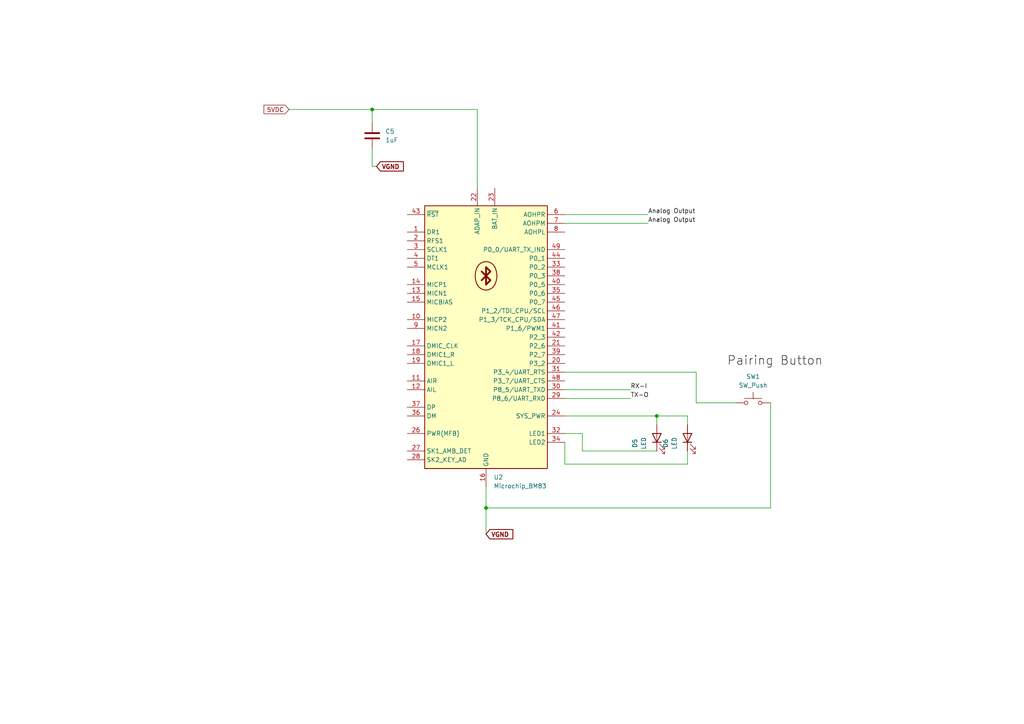
<source format=kicad_sch>
(kicad_sch
	(version 20231120)
	(generator "eeschema")
	(generator_version "8.0")
	(uuid "1b85f172-cd10-414f-8c23-42eec30bc996")
	(paper "A4")
	(title_block
		(title "Main Bluetooth Speaker")
		(date "2024-09-06")
		(rev "A")
		(company "Synergy Electronics")
	)
	(lib_symbols
		(symbol "Device:C"
			(pin_numbers hide)
			(pin_names
				(offset 0.254)
			)
			(exclude_from_sim no)
			(in_bom yes)
			(on_board yes)
			(property "Reference" "C"
				(at 0.635 2.54 0)
				(effects
					(font
						(size 1.27 1.27)
					)
					(justify left)
				)
			)
			(property "Value" "C"
				(at 0.635 -2.54 0)
				(effects
					(font
						(size 1.27 1.27)
					)
					(justify left)
				)
			)
			(property "Footprint" ""
				(at 0.9652 -3.81 0)
				(effects
					(font
						(size 1.27 1.27)
					)
					(hide yes)
				)
			)
			(property "Datasheet" "~"
				(at 0 0 0)
				(effects
					(font
						(size 1.27 1.27)
					)
					(hide yes)
				)
			)
			(property "Description" "Unpolarized capacitor"
				(at 0 0 0)
				(effects
					(font
						(size 1.27 1.27)
					)
					(hide yes)
				)
			)
			(property "ki_keywords" "cap capacitor"
				(at 0 0 0)
				(effects
					(font
						(size 1.27 1.27)
					)
					(hide yes)
				)
			)
			(property "ki_fp_filters" "C_*"
				(at 0 0 0)
				(effects
					(font
						(size 1.27 1.27)
					)
					(hide yes)
				)
			)
			(symbol "C_0_1"
				(polyline
					(pts
						(xy -2.032 -0.762) (xy 2.032 -0.762)
					)
					(stroke
						(width 0.508)
						(type default)
					)
					(fill
						(type none)
					)
				)
				(polyline
					(pts
						(xy -2.032 0.762) (xy 2.032 0.762)
					)
					(stroke
						(width 0.508)
						(type default)
					)
					(fill
						(type none)
					)
				)
			)
			(symbol "C_1_1"
				(pin passive line
					(at 0 3.81 270)
					(length 2.794)
					(name "~"
						(effects
							(font
								(size 1.27 1.27)
							)
						)
					)
					(number "1"
						(effects
							(font
								(size 1.27 1.27)
							)
						)
					)
				)
				(pin passive line
					(at 0 -3.81 90)
					(length 2.794)
					(name "~"
						(effects
							(font
								(size 1.27 1.27)
							)
						)
					)
					(number "2"
						(effects
							(font
								(size 1.27 1.27)
							)
						)
					)
				)
			)
		)
		(symbol "Device:LED"
			(pin_numbers hide)
			(pin_names
				(offset 1.016) hide)
			(exclude_from_sim no)
			(in_bom yes)
			(on_board yes)
			(property "Reference" "D"
				(at 0 2.54 0)
				(effects
					(font
						(size 1.27 1.27)
					)
				)
			)
			(property "Value" "LED"
				(at 0 -2.54 0)
				(effects
					(font
						(size 1.27 1.27)
					)
				)
			)
			(property "Footprint" ""
				(at 0 0 0)
				(effects
					(font
						(size 1.27 1.27)
					)
					(hide yes)
				)
			)
			(property "Datasheet" "~"
				(at 0 0 0)
				(effects
					(font
						(size 1.27 1.27)
					)
					(hide yes)
				)
			)
			(property "Description" "Light emitting diode"
				(at 0 0 0)
				(effects
					(font
						(size 1.27 1.27)
					)
					(hide yes)
				)
			)
			(property "ki_keywords" "LED diode"
				(at 0 0 0)
				(effects
					(font
						(size 1.27 1.27)
					)
					(hide yes)
				)
			)
			(property "ki_fp_filters" "LED* LED_SMD:* LED_THT:*"
				(at 0 0 0)
				(effects
					(font
						(size 1.27 1.27)
					)
					(hide yes)
				)
			)
			(symbol "LED_0_1"
				(polyline
					(pts
						(xy -1.27 -1.27) (xy -1.27 1.27)
					)
					(stroke
						(width 0.254)
						(type default)
					)
					(fill
						(type none)
					)
				)
				(polyline
					(pts
						(xy -1.27 0) (xy 1.27 0)
					)
					(stroke
						(width 0)
						(type default)
					)
					(fill
						(type none)
					)
				)
				(polyline
					(pts
						(xy 1.27 -1.27) (xy 1.27 1.27) (xy -1.27 0) (xy 1.27 -1.27)
					)
					(stroke
						(width 0.254)
						(type default)
					)
					(fill
						(type none)
					)
				)
				(polyline
					(pts
						(xy -3.048 -0.762) (xy -4.572 -2.286) (xy -3.81 -2.286) (xy -4.572 -2.286) (xy -4.572 -1.524)
					)
					(stroke
						(width 0)
						(type default)
					)
					(fill
						(type none)
					)
				)
				(polyline
					(pts
						(xy -1.778 -0.762) (xy -3.302 -2.286) (xy -2.54 -2.286) (xy -3.302 -2.286) (xy -3.302 -1.524)
					)
					(stroke
						(width 0)
						(type default)
					)
					(fill
						(type none)
					)
				)
			)
			(symbol "LED_1_1"
				(pin passive line
					(at -3.81 0 0)
					(length 2.54)
					(name "K"
						(effects
							(font
								(size 1.27 1.27)
							)
						)
					)
					(number "1"
						(effects
							(font
								(size 1.27 1.27)
							)
						)
					)
				)
				(pin passive line
					(at 3.81 0 180)
					(length 2.54)
					(name "A"
						(effects
							(font
								(size 1.27 1.27)
							)
						)
					)
					(number "2"
						(effects
							(font
								(size 1.27 1.27)
							)
						)
					)
				)
			)
		)
		(symbol "RF_Bluetooth:Microchip_BM83"
			(exclude_from_sim no)
			(in_bom yes)
			(on_board yes)
			(property "Reference" "U"
				(at -17.78 39.37 0)
				(effects
					(font
						(size 1.27 1.27)
					)
					(justify left)
				)
			)
			(property "Value" "Microchip_BM83"
				(at 5.08 -39.37 0)
				(effects
					(font
						(size 1.27 1.27)
					)
					(justify left)
				)
			)
			(property "Footprint" "RF_Module:Microchip_BM83"
				(at 0 12.7 0)
				(effects
					(font
						(size 1.27 1.27)
					)
					(hide yes)
				)
			)
			(property "Datasheet" "https://ww1.microchip.com/downloads/aemDocuments/documents/WSG/ProductDocuments/DataSheets/70005402E.pdf"
				(at 0 -54.61 0)
				(effects
					(font
						(size 1.27 1.27)
					)
					(hide yes)
				)
			)
			(property "Description" "Microchip BM23 Bluetooth 5.0 Audio Stereo Module, dual-mode, Audio Profiles, 32x15mm"
				(at 0 0 0)
				(effects
					(font
						(size 1.27 1.27)
					)
					(hide yes)
				)
			)
			(property "ki_keywords" "HFP HSP A2DP SPP AVRCP PBAP"
				(at 0 0 0)
				(effects
					(font
						(size 1.27 1.27)
					)
					(hide yes)
				)
			)
			(property "ki_fp_filters" "Microchip?BM83*"
				(at 0 0 0)
				(effects
					(font
						(size 1.27 1.27)
					)
					(hide yes)
				)
			)
			(symbol "Microchip_BM83_0_1"
				(rectangle
					(start -17.78 38.1)
					(end 17.78 -38.1)
					(stroke
						(width 0.254)
						(type default)
					)
					(fill
						(type background)
					)
				)
				(arc
					(start -2.5399 15.24)
					(mid 0.0001 13.6702)
					(end 2.5401 15.24)
					(stroke
						(width 0.254)
						(type default)
					)
					(fill
						(type background)
					)
				)
				(arc
					(start -2.5399 20.32)
					(mid -3.1395 17.78)
					(end -2.5399 15.24)
					(stroke
						(width 0.254)
						(type default)
					)
					(fill
						(type background)
					)
				)
				(polyline
					(pts
						(xy 0.0001 17.78) (xy -1.2699 16.51)
					)
					(stroke
						(width 0.508)
						(type default)
					)
					(fill
						(type none)
					)
				)
				(polyline
					(pts
						(xy 0.0001 17.78) (xy -1.2699 19.05)
					)
					(stroke
						(width 0.508)
						(type default)
					)
					(fill
						(type none)
					)
				)
				(polyline
					(pts
						(xy 0.0001 20.32) (xy 1.2701 19.05) (xy 0.0001 17.78) (xy 1.2701 16.51) (xy 0.0001 15.24) (xy 0.0001 20.32)
					)
					(stroke
						(width 0.508)
						(type default)
					)
					(fill
						(type none)
					)
				)
				(arc
					(start 2.5401 15.24)
					(mid 3.1397 17.78)
					(end 2.5401 20.32)
					(stroke
						(width 0.254)
						(type default)
					)
					(fill
						(type background)
					)
				)
				(arc
					(start 2.5401 20.32)
					(mid 0.0001 21.8898)
					(end -2.5399 20.32)
					(stroke
						(width 0.254)
						(type default)
					)
					(fill
						(type background)
					)
				)
			)
			(symbol "Microchip_BM83_1_1"
				(pin input line
					(at -22.86 30.48 0)
					(length 5.08)
					(name "DR1"
						(effects
							(font
								(size 1.27 1.27)
							)
						)
					)
					(number "1"
						(effects
							(font
								(size 1.27 1.27)
							)
						)
					)
				)
				(pin input line
					(at -22.86 5.08 0)
					(length 5.08)
					(name "MICP2"
						(effects
							(font
								(size 1.27 1.27)
							)
						)
					)
					(number "10"
						(effects
							(font
								(size 1.27 1.27)
							)
						)
					)
				)
				(pin input line
					(at -22.86 -12.7 0)
					(length 5.08)
					(name "AIR"
						(effects
							(font
								(size 1.27 1.27)
							)
						)
					)
					(number "11"
						(effects
							(font
								(size 1.27 1.27)
							)
						)
					)
				)
				(pin input line
					(at -22.86 -15.24 0)
					(length 5.08)
					(name "AIL"
						(effects
							(font
								(size 1.27 1.27)
							)
						)
					)
					(number "12"
						(effects
							(font
								(size 1.27 1.27)
							)
						)
					)
				)
				(pin input line
					(at -22.86 12.7 0)
					(length 5.08)
					(name "MICN1"
						(effects
							(font
								(size 1.27 1.27)
							)
						)
					)
					(number "13"
						(effects
							(font
								(size 1.27 1.27)
							)
						)
					)
				)
				(pin input line
					(at -22.86 15.24 0)
					(length 5.08)
					(name "MICP1"
						(effects
							(font
								(size 1.27 1.27)
							)
						)
					)
					(number "14"
						(effects
							(font
								(size 1.27 1.27)
							)
						)
					)
				)
				(pin passive line
					(at -22.86 10.16 0)
					(length 5.08)
					(name "MICBIAS"
						(effects
							(font
								(size 1.27 1.27)
							)
						)
					)
					(number "15"
						(effects
							(font
								(size 1.27 1.27)
							)
						)
					)
				)
				(pin power_in line
					(at 0 -43.18 90)
					(length 5.08)
					(name "GND"
						(effects
							(font
								(size 1.27 1.27)
							)
						)
					)
					(number "16"
						(effects
							(font
								(size 1.27 1.27)
							)
						)
					)
				)
				(pin output line
					(at -22.86 -2.54 0)
					(length 5.08)
					(name "DMIC_CLK"
						(effects
							(font
								(size 1.27 1.27)
							)
						)
					)
					(number "17"
						(effects
							(font
								(size 1.27 1.27)
							)
						)
					)
				)
				(pin output line
					(at -22.86 -5.08 0)
					(length 5.08)
					(name "DMIC1_R"
						(effects
							(font
								(size 1.27 1.27)
							)
						)
					)
					(number "18"
						(effects
							(font
								(size 1.27 1.27)
							)
						)
					)
				)
				(pin output line
					(at -22.86 -7.62 0)
					(length 5.08)
					(name "DMIC1_L"
						(effects
							(font
								(size 1.27 1.27)
							)
						)
					)
					(number "19"
						(effects
							(font
								(size 1.27 1.27)
							)
						)
					)
				)
				(pin bidirectional line
					(at -22.86 27.94 0)
					(length 5.08)
					(name "RFS1"
						(effects
							(font
								(size 1.27 1.27)
							)
						)
					)
					(number "2"
						(effects
							(font
								(size 1.27 1.27)
							)
						)
					)
				)
				(pin bidirectional line
					(at 22.86 -7.62 180)
					(length 5.08)
					(name "P3_2"
						(effects
							(font
								(size 1.27 1.27)
							)
						)
					)
					(number "20"
						(effects
							(font
								(size 1.27 1.27)
							)
						)
					)
				)
				(pin bidirectional line
					(at 22.86 -2.54 180)
					(length 5.08)
					(name "P2_6"
						(effects
							(font
								(size 1.27 1.27)
							)
						)
					)
					(number "21"
						(effects
							(font
								(size 1.27 1.27)
							)
						)
					)
				)
				(pin power_in line
					(at -2.54 43.18 270)
					(length 5.08)
					(name "ADAP_IN"
						(effects
							(font
								(size 1.27 1.27)
							)
						)
					)
					(number "22"
						(effects
							(font
								(size 1.27 1.27)
							)
						)
					)
				)
				(pin power_in line
					(at 2.54 43.18 270)
					(length 5.08)
					(name "BAT_IN"
						(effects
							(font
								(size 1.27 1.27)
							)
						)
					)
					(number "23"
						(effects
							(font
								(size 1.27 1.27)
							)
						)
					)
				)
				(pin power_out line
					(at 22.86 -22.86 180)
					(length 5.08)
					(name "SYS_PWR"
						(effects
							(font
								(size 1.27 1.27)
							)
						)
					)
					(number "24"
						(effects
							(font
								(size 1.27 1.27)
							)
						)
					)
				)
				(pin no_connect line
					(at 17.78 -33.02 180)
					(length 5.08) hide
					(name "VDD_IO"
						(effects
							(font
								(size 1.27 1.27)
							)
						)
					)
					(number "25"
						(effects
							(font
								(size 1.27 1.27)
							)
						)
					)
				)
				(pin input line
					(at -22.86 -27.94 0)
					(length 5.08)
					(name "PWR(MFB)"
						(effects
							(font
								(size 1.27 1.27)
							)
						)
					)
					(number "26"
						(effects
							(font
								(size 1.27 1.27)
							)
						)
					)
				)
				(pin input line
					(at -22.86 -33.02 0)
					(length 5.08)
					(name "SK1_AMB_DET"
						(effects
							(font
								(size 1.27 1.27)
							)
						)
					)
					(number "27"
						(effects
							(font
								(size 1.27 1.27)
							)
						)
					)
				)
				(pin input line
					(at -22.86 -35.56 0)
					(length 5.08)
					(name "SK2_KEY_AD"
						(effects
							(font
								(size 1.27 1.27)
							)
						)
					)
					(number "28"
						(effects
							(font
								(size 1.27 1.27)
							)
						)
					)
				)
				(pin bidirectional line
					(at 22.86 -17.78 180)
					(length 5.08)
					(name "P8_6/UART_RXD"
						(effects
							(font
								(size 1.27 1.27)
							)
						)
					)
					(number "29"
						(effects
							(font
								(size 1.27 1.27)
							)
						)
					)
				)
				(pin bidirectional line
					(at -22.86 25.4 0)
					(length 5.08)
					(name "SCLK1"
						(effects
							(font
								(size 1.27 1.27)
							)
						)
					)
					(number "3"
						(effects
							(font
								(size 1.27 1.27)
							)
						)
					)
				)
				(pin bidirectional line
					(at 22.86 -15.24 180)
					(length 5.08)
					(name "P8_5/UART_TXD"
						(effects
							(font
								(size 1.27 1.27)
							)
						)
					)
					(number "30"
						(effects
							(font
								(size 1.27 1.27)
							)
						)
					)
				)
				(pin bidirectional line
					(at 22.86 -10.16 180)
					(length 5.08)
					(name "P3_4/UART_RTS"
						(effects
							(font
								(size 1.27 1.27)
							)
						)
					)
					(number "31"
						(effects
							(font
								(size 1.27 1.27)
							)
						)
					)
				)
				(pin input line
					(at 22.86 -27.94 180)
					(length 5.08)
					(name "LED1"
						(effects
							(font
								(size 1.27 1.27)
							)
						)
					)
					(number "32"
						(effects
							(font
								(size 1.27 1.27)
							)
						)
					)
				)
				(pin bidirectional line
					(at 22.86 20.32 180)
					(length 5.08)
					(name "P0_2"
						(effects
							(font
								(size 1.27 1.27)
							)
						)
					)
					(number "33"
						(effects
							(font
								(size 1.27 1.27)
							)
						)
					)
				)
				(pin input line
					(at 22.86 -30.48 180)
					(length 5.08)
					(name "LED2"
						(effects
							(font
								(size 1.27 1.27)
							)
						)
					)
					(number "34"
						(effects
							(font
								(size 1.27 1.27)
							)
						)
					)
				)
				(pin bidirectional line
					(at 22.86 12.7 180)
					(length 5.08)
					(name "P0_6"
						(effects
							(font
								(size 1.27 1.27)
							)
						)
					)
					(number "35"
						(effects
							(font
								(size 1.27 1.27)
							)
						)
					)
				)
				(pin bidirectional line
					(at -22.86 -22.86 0)
					(length 5.08)
					(name "DM"
						(effects
							(font
								(size 1.27 1.27)
							)
						)
					)
					(number "36"
						(effects
							(font
								(size 1.27 1.27)
							)
						)
					)
				)
				(pin bidirectional line
					(at -22.86 -20.32 0)
					(length 5.08)
					(name "DP"
						(effects
							(font
								(size 1.27 1.27)
							)
						)
					)
					(number "37"
						(effects
							(font
								(size 1.27 1.27)
							)
						)
					)
				)
				(pin bidirectional line
					(at 22.86 17.78 180)
					(length 5.08)
					(name "P0_3"
						(effects
							(font
								(size 1.27 1.27)
							)
						)
					)
					(number "38"
						(effects
							(font
								(size 1.27 1.27)
							)
						)
					)
				)
				(pin bidirectional line
					(at 22.86 -5.08 180)
					(length 5.08)
					(name "P2_7"
						(effects
							(font
								(size 1.27 1.27)
							)
						)
					)
					(number "39"
						(effects
							(font
								(size 1.27 1.27)
							)
						)
					)
				)
				(pin output line
					(at -22.86 22.86 0)
					(length 5.08)
					(name "DT1"
						(effects
							(font
								(size 1.27 1.27)
							)
						)
					)
					(number "4"
						(effects
							(font
								(size 1.27 1.27)
							)
						)
					)
				)
				(pin bidirectional line
					(at 22.86 15.24 180)
					(length 5.08)
					(name "P0_5"
						(effects
							(font
								(size 1.27 1.27)
							)
						)
					)
					(number "40"
						(effects
							(font
								(size 1.27 1.27)
							)
						)
					)
				)
				(pin bidirectional line
					(at 22.86 2.54 180)
					(length 5.08)
					(name "P1_6/PWM1"
						(effects
							(font
								(size 1.27 1.27)
							)
						)
					)
					(number "41"
						(effects
							(font
								(size 1.27 1.27)
							)
						)
					)
				)
				(pin bidirectional line
					(at 22.86 0 180)
					(length 5.08)
					(name "P2_3"
						(effects
							(font
								(size 1.27 1.27)
							)
						)
					)
					(number "42"
						(effects
							(font
								(size 1.27 1.27)
							)
						)
					)
				)
				(pin input line
					(at -22.86 35.56 0)
					(length 5.08)
					(name "~{RST}"
						(effects
							(font
								(size 1.27 1.27)
							)
						)
					)
					(number "43"
						(effects
							(font
								(size 1.27 1.27)
							)
						)
					)
				)
				(pin bidirectional line
					(at 22.86 22.86 180)
					(length 5.08)
					(name "P0_1"
						(effects
							(font
								(size 1.27 1.27)
							)
						)
					)
					(number "44"
						(effects
							(font
								(size 1.27 1.27)
							)
						)
					)
				)
				(pin bidirectional line
					(at 22.86 10.16 180)
					(length 5.08)
					(name "P0_7"
						(effects
							(font
								(size 1.27 1.27)
							)
						)
					)
					(number "45"
						(effects
							(font
								(size 1.27 1.27)
							)
						)
					)
				)
				(pin bidirectional line
					(at 22.86 7.62 180)
					(length 5.08)
					(name "P1_2/TDI_CPU/SCL"
						(effects
							(font
								(size 1.27 1.27)
							)
						)
					)
					(number "46"
						(effects
							(font
								(size 1.27 1.27)
							)
						)
					)
				)
				(pin bidirectional line
					(at 22.86 5.08 180)
					(length 5.08)
					(name "P1_3/TCK_CPU/SDA"
						(effects
							(font
								(size 1.27 1.27)
							)
						)
					)
					(number "47"
						(effects
							(font
								(size 1.27 1.27)
							)
						)
					)
				)
				(pin bidirectional line
					(at 22.86 -12.7 180)
					(length 5.08)
					(name "P3_7/UART_CTS"
						(effects
							(font
								(size 1.27 1.27)
							)
						)
					)
					(number "48"
						(effects
							(font
								(size 1.27 1.27)
							)
						)
					)
				)
				(pin bidirectional line
					(at 22.86 25.4 180)
					(length 5.08)
					(name "P0_0/UART_TX_IND"
						(effects
							(font
								(size 1.27 1.27)
							)
						)
					)
					(number "49"
						(effects
							(font
								(size 1.27 1.27)
							)
						)
					)
				)
				(pin output line
					(at -22.86 20.32 0)
					(length 5.08)
					(name "MCLK1"
						(effects
							(font
								(size 1.27 1.27)
							)
						)
					)
					(number "5"
						(effects
							(font
								(size 1.27 1.27)
							)
						)
					)
				)
				(pin passive line
					(at 0 -43.18 90)
					(length 5.08) hide
					(name "GND"
						(effects
							(font
								(size 1.27 1.27)
							)
						)
					)
					(number "50"
						(effects
							(font
								(size 1.27 1.27)
							)
						)
					)
				)
				(pin passive line
					(at 0 -43.18 90)
					(length 5.08) hide
					(name "GND"
						(effects
							(font
								(size 1.27 1.27)
							)
						)
					)
					(number "56"
						(effects
							(font
								(size 1.27 1.27)
							)
						)
					)
				)
				(pin passive line
					(at 0 -43.18 90)
					(length 5.08) hide
					(name "GND"
						(effects
							(font
								(size 1.27 1.27)
							)
						)
					)
					(number "57"
						(effects
							(font
								(size 1.27 1.27)
							)
						)
					)
				)
				(pin output line
					(at 22.86 35.56 180)
					(length 5.08)
					(name "AOHPR"
						(effects
							(font
								(size 1.27 1.27)
							)
						)
					)
					(number "6"
						(effects
							(font
								(size 1.27 1.27)
							)
						)
					)
				)
				(pin output line
					(at 22.86 33.02 180)
					(length 5.08)
					(name "AOHPM"
						(effects
							(font
								(size 1.27 1.27)
							)
						)
					)
					(number "7"
						(effects
							(font
								(size 1.27 1.27)
							)
						)
					)
				)
				(pin output line
					(at 22.86 30.48 180)
					(length 5.08)
					(name "AOHPL"
						(effects
							(font
								(size 1.27 1.27)
							)
						)
					)
					(number "8"
						(effects
							(font
								(size 1.27 1.27)
							)
						)
					)
				)
				(pin input line
					(at -22.86 2.54 0)
					(length 5.08)
					(name "MICN2"
						(effects
							(font
								(size 1.27 1.27)
							)
						)
					)
					(number "9"
						(effects
							(font
								(size 1.27 1.27)
							)
						)
					)
				)
			)
		)
		(symbol "Switch:SW_Push"
			(pin_numbers hide)
			(pin_names
				(offset 1.016) hide)
			(exclude_from_sim no)
			(in_bom yes)
			(on_board yes)
			(property "Reference" "SW"
				(at 1.27 2.54 0)
				(effects
					(font
						(size 1.27 1.27)
					)
					(justify left)
				)
			)
			(property "Value" "SW_Push"
				(at 0 -1.524 0)
				(effects
					(font
						(size 1.27 1.27)
					)
				)
			)
			(property "Footprint" ""
				(at 0 5.08 0)
				(effects
					(font
						(size 1.27 1.27)
					)
					(hide yes)
				)
			)
			(property "Datasheet" "~"
				(at 0 5.08 0)
				(effects
					(font
						(size 1.27 1.27)
					)
					(hide yes)
				)
			)
			(property "Description" "Push button switch, generic, two pins"
				(at 0 0 0)
				(effects
					(font
						(size 1.27 1.27)
					)
					(hide yes)
				)
			)
			(property "ki_keywords" "switch normally-open pushbutton push-button"
				(at 0 0 0)
				(effects
					(font
						(size 1.27 1.27)
					)
					(hide yes)
				)
			)
			(symbol "SW_Push_0_1"
				(circle
					(center -2.032 0)
					(radius 0.508)
					(stroke
						(width 0)
						(type default)
					)
					(fill
						(type none)
					)
				)
				(polyline
					(pts
						(xy 0 1.27) (xy 0 3.048)
					)
					(stroke
						(width 0)
						(type default)
					)
					(fill
						(type none)
					)
				)
				(polyline
					(pts
						(xy 2.54 1.27) (xy -2.54 1.27)
					)
					(stroke
						(width 0)
						(type default)
					)
					(fill
						(type none)
					)
				)
				(circle
					(center 2.032 0)
					(radius 0.508)
					(stroke
						(width 0)
						(type default)
					)
					(fill
						(type none)
					)
				)
				(pin passive line
					(at -5.08 0 0)
					(length 2.54)
					(name "1"
						(effects
							(font
								(size 1.27 1.27)
							)
						)
					)
					(number "1"
						(effects
							(font
								(size 1.27 1.27)
							)
						)
					)
				)
				(pin passive line
					(at 5.08 0 180)
					(length 2.54)
					(name "2"
						(effects
							(font
								(size 1.27 1.27)
							)
						)
					)
					(number "2"
						(effects
							(font
								(size 1.27 1.27)
							)
						)
					)
				)
			)
		)
	)
	(junction
		(at 107.95 31.75)
		(diameter 0)
		(color 0 0 0 0)
		(uuid "b09b016e-05c1-4d2a-829f-5dc31b9d27c6")
	)
	(junction
		(at 190.5 120.65)
		(diameter 0)
		(color 0 0 0 0)
		(uuid "da10908f-592a-4004-ab3a-469ae9fdad00")
	)
	(junction
		(at 140.97 147.32)
		(diameter 0)
		(color 0 0 0 0)
		(uuid "f0b94e48-8075-4f2f-8b50-008b3a054a27")
	)
	(wire
		(pts
			(xy 163.83 113.03) (xy 182.88 113.03)
		)
		(stroke
			(width 0)
			(type default)
		)
		(uuid "048d9932-76a3-48d3-9945-8c4436c334db")
	)
	(wire
		(pts
			(xy 107.95 31.75) (xy 138.43 31.75)
		)
		(stroke
			(width 0)
			(type default)
		)
		(uuid "17b132d8-f298-4f95-9952-952c6bca08a7")
	)
	(wire
		(pts
			(xy 213.36 116.84) (xy 201.93 116.84)
		)
		(stroke
			(width 0)
			(type default)
		)
		(uuid "1ed6c37a-03d9-4ee2-8b5d-4b442efc6cb1")
	)
	(wire
		(pts
			(xy 163.83 134.62) (xy 199.39 134.62)
		)
		(stroke
			(width 0)
			(type default)
		)
		(uuid "29215816-4bb1-4b30-a8a8-ff16c634d94e")
	)
	(wire
		(pts
			(xy 199.39 123.19) (xy 199.39 120.65)
		)
		(stroke
			(width 0)
			(type default)
		)
		(uuid "37d1579d-8a6b-432c-bca2-5facd98981b5")
	)
	(wire
		(pts
			(xy 168.91 125.73) (xy 163.83 125.73)
		)
		(stroke
			(width 0)
			(type default)
		)
		(uuid "446f00cc-d170-440a-af2d-0b0ef848c5cf")
	)
	(wire
		(pts
			(xy 138.43 31.75) (xy 138.43 54.61)
		)
		(stroke
			(width 0)
			(type default)
		)
		(uuid "476dd53f-6fe7-4636-ae0c-459c750d93ca")
	)
	(wire
		(pts
			(xy 163.83 64.77) (xy 187.96 64.77)
		)
		(stroke
			(width 0)
			(type default)
		)
		(uuid "47fac9b0-d2f9-4b8d-ac54-9e776cc655f1")
	)
	(wire
		(pts
			(xy 223.52 147.32) (xy 140.97 147.32)
		)
		(stroke
			(width 0)
			(type default)
		)
		(uuid "4ce24a45-0c00-4ac3-bf36-8859d2db9fc6")
	)
	(wire
		(pts
			(xy 199.39 120.65) (xy 190.5 120.65)
		)
		(stroke
			(width 0)
			(type default)
		)
		(uuid "693a158d-22ff-43c8-8cfa-fa471f9c75ce")
	)
	(wire
		(pts
			(xy 168.91 130.81) (xy 168.91 125.73)
		)
		(stroke
			(width 0)
			(type default)
		)
		(uuid "6a6835ff-f766-43ae-bb80-f398813014b5")
	)
	(wire
		(pts
			(xy 163.83 134.62) (xy 163.83 128.27)
		)
		(stroke
			(width 0)
			(type default)
		)
		(uuid "6d7b4dde-d5d5-4fa5-93f8-322610c3115d")
	)
	(wire
		(pts
			(xy 190.5 120.65) (xy 190.5 123.19)
		)
		(stroke
			(width 0)
			(type default)
		)
		(uuid "76ba8bf2-b3e4-4a00-bccd-def64c714890")
	)
	(wire
		(pts
			(xy 201.93 116.84) (xy 201.93 107.95)
		)
		(stroke
			(width 0)
			(type default)
		)
		(uuid "8cec8a8e-b72e-411d-a507-8ad8ec5a8ad8")
	)
	(wire
		(pts
			(xy 140.97 140.97) (xy 140.97 147.32)
		)
		(stroke
			(width 0)
			(type default)
		)
		(uuid "901dbbde-bff9-43bd-9aa5-36dc16e78ffd")
	)
	(wire
		(pts
			(xy 107.95 43.18) (xy 107.95 48.26)
		)
		(stroke
			(width 0)
			(type default)
		)
		(uuid "9a13cc94-b0ce-4401-93ac-ecb3ef555235")
	)
	(wire
		(pts
			(xy 107.95 35.56) (xy 107.95 31.75)
		)
		(stroke
			(width 0)
			(type default)
		)
		(uuid "9f9713cb-27bf-4d93-a96c-2040c3940e3b")
	)
	(wire
		(pts
			(xy 223.52 116.84) (xy 223.52 147.32)
		)
		(stroke
			(width 0)
			(type default)
		)
		(uuid "a75721a3-fd39-46cb-bddc-f0519fb10502")
	)
	(wire
		(pts
			(xy 163.83 107.95) (xy 201.93 107.95)
		)
		(stroke
			(width 0)
			(type default)
		)
		(uuid "a9023442-53fd-4187-9e38-609769c5cfe9")
	)
	(wire
		(pts
			(xy 163.83 62.23) (xy 187.96 62.23)
		)
		(stroke
			(width 0)
			(type default)
		)
		(uuid "ae3ba8f3-0be8-4b9c-96e5-739ff6cd803d")
	)
	(wire
		(pts
			(xy 163.83 115.57) (xy 182.88 115.57)
		)
		(stroke
			(width 0)
			(type default)
		)
		(uuid "c375a5e4-5ba6-48c8-9efe-121a44f9ab63")
	)
	(wire
		(pts
			(xy 140.97 147.32) (xy 140.97 154.94)
		)
		(stroke
			(width 0)
			(type default)
		)
		(uuid "c61eb602-b5e2-47c0-850a-6bf493e1a90b")
	)
	(wire
		(pts
			(xy 83.82 31.75) (xy 107.95 31.75)
		)
		(stroke
			(width 0)
			(type default)
		)
		(uuid "d3ed811d-fec8-463c-8c27-a1b6aaa4b4ed")
	)
	(wire
		(pts
			(xy 163.83 120.65) (xy 190.5 120.65)
		)
		(stroke
			(width 0)
			(type default)
		)
		(uuid "de2cfef4-42be-484b-aff0-c82260f2aabe")
	)
	(wire
		(pts
			(xy 199.39 134.62) (xy 199.39 130.81)
		)
		(stroke
			(width 0)
			(type default)
		)
		(uuid "dffe9eaa-aea0-47fd-aaa9-c3452b41ae2d")
	)
	(wire
		(pts
			(xy 107.95 48.26) (xy 109.22 48.26)
		)
		(stroke
			(width 0)
			(type default)
		)
		(uuid "e4b666fd-d7b0-4478-af2f-a618e8d402b4")
	)
	(wire
		(pts
			(xy 190.5 130.81) (xy 168.91 130.81)
		)
		(stroke
			(width 0)
			(type default)
		)
		(uuid "e9124b0d-d282-4129-8fb4-1a399ecd1b90")
	)
	(label "Analog Output"
		(at 187.96 64.77 0)
		(fields_autoplaced yes)
		(effects
			(font
				(size 1.27 1.27)
			)
			(justify left bottom)
		)
		(uuid "156b63b3-e2a4-4e90-b0ed-14da49b2088a")
	)
	(label "Analog Output"
		(at 187.96 62.23 0)
		(fields_autoplaced yes)
		(effects
			(font
				(size 1.27 1.27)
			)
			(justify left bottom)
		)
		(uuid "59c87b85-8568-4909-bb52-b8d668da59a5")
	)
	(label "RX-I"
		(at 182.88 113.03 0)
		(fields_autoplaced yes)
		(effects
			(font
				(size 1.27 1.27)
			)
			(justify left bottom)
		)
		(uuid "95ed97ad-4445-4cec-bc22-d8f1fc1b461c")
	)
	(label "TX-O"
		(at 182.88 115.57 0)
		(fields_autoplaced yes)
		(effects
			(font
				(size 1.27 1.27)
			)
			(justify left bottom)
		)
		(uuid "b2f04c82-7e2b-4177-8f19-3bdc1cf78ac7")
	)
	(label "Pairing Button"
		(at 210.82 106.68 0)
		(fields_autoplaced yes)
		(effects
			(font
				(size 2.54 2.54)
			)
			(justify left bottom)
		)
		(uuid "c458eef0-e700-441d-93f9-ab253047555e")
	)
	(global_label "VGND"
		(shape input)
		(at 140.97 154.94 0)
		(fields_autoplaced yes)
		(effects
			(font
				(size 1.27 1.27)
				(thickness 0.254)
				(bold yes)
			)
			(justify left)
		)
		(uuid "9eb01e8d-e395-4a90-a0e5-7c978a242f64")
		(property "Intersheetrefs" "${INTERSHEET_REFS}"
			(at 149.3903 154.94 0)
			(effects
				(font
					(size 1.27 1.27)
				)
				(justify left)
				(hide yes)
			)
		)
	)
	(global_label "5VDC"
		(shape input)
		(at 83.82 31.75 180)
		(fields_autoplaced yes)
		(effects
			(font
				(size 1.27 1.27)
			)
			(justify right)
		)
		(uuid "e6232690-f190-46d3-be7b-95ae5623c43b")
		(property "Intersheetrefs" "${INTERSHEET_REFS}"
			(at 75.9967 31.75 0)
			(effects
				(font
					(size 1.27 1.27)
				)
				(justify right)
				(hide yes)
			)
		)
	)
	(global_label "VGND"
		(shape input)
		(at 109.22 48.26 0)
		(fields_autoplaced yes)
		(effects
			(font
				(size 1.27 1.27)
				(thickness 0.254)
				(bold yes)
			)
			(justify left)
		)
		(uuid "eba5f105-764f-4648-bc2b-4917a9a6218c")
		(property "Intersheetrefs" "${INTERSHEET_REFS}"
			(at 117.6403 48.26 0)
			(effects
				(font
					(size 1.27 1.27)
				)
				(justify left)
				(hide yes)
			)
		)
	)
	(symbol
		(lib_id "Switch:SW_Push")
		(at 218.44 116.84 0)
		(unit 1)
		(exclude_from_sim no)
		(in_bom yes)
		(on_board yes)
		(dnp no)
		(fields_autoplaced yes)
		(uuid "29c72f68-13dd-431f-a09e-6a0d75d51d4e")
		(property "Reference" "SW1"
			(at 218.44 109.22 0)
			(effects
				(font
					(size 1.27 1.27)
				)
			)
		)
		(property "Value" "SW_Push"
			(at 218.44 111.76 0)
			(effects
				(font
					(size 1.27 1.27)
				)
			)
		)
		(property "Footprint" ""
			(at 218.44 111.76 0)
			(effects
				(font
					(size 1.27 1.27)
				)
				(hide yes)
			)
		)
		(property "Datasheet" "~"
			(at 218.44 111.76 0)
			(effects
				(font
					(size 1.27 1.27)
				)
				(hide yes)
			)
		)
		(property "Description" "Push button switch, generic, two pins"
			(at 218.44 116.84 0)
			(effects
				(font
					(size 1.27 1.27)
				)
				(hide yes)
			)
		)
		(pin "2"
			(uuid "f30f679f-9eda-4aad-917b-56ebd2bc701c")
		)
		(pin "1"
			(uuid "4c60a316-1727-423b-90f6-b8efa64a3edd")
		)
		(instances
			(project ""
				(path "/6d945755-609b-486d-b2f3-c6d7455285fb/203d60a9-b980-4295-b5af-001dd5f0fc31"
					(reference "SW1")
					(unit 1)
				)
			)
		)
	)
	(symbol
		(lib_id "RF_Bluetooth:Microchip_BM83")
		(at 140.97 97.79 0)
		(unit 1)
		(exclude_from_sim no)
		(in_bom yes)
		(on_board yes)
		(dnp no)
		(fields_autoplaced yes)
		(uuid "5768996a-f268-4d60-b361-2cf024db94c1")
		(property "Reference" "U2"
			(at 143.1641 138.43 0)
			(effects
				(font
					(size 1.27 1.27)
				)
				(justify left)
			)
		)
		(property "Value" "Microchip_BM83"
			(at 143.1641 140.97 0)
			(effects
				(font
					(size 1.27 1.27)
				)
				(justify left)
			)
		)
		(property "Footprint" "RF_Module:Microchip_BM83"
			(at 140.97 85.09 0)
			(effects
				(font
					(size 1.27 1.27)
				)
				(hide yes)
			)
		)
		(property "Datasheet" "https://ww1.microchip.com/downloads/aemDocuments/documents/WSG/ProductDocuments/DataSheets/70005402E.pdf"
			(at 140.97 152.4 0)
			(effects
				(font
					(size 1.27 1.27)
				)
				(hide yes)
			)
		)
		(property "Description" "Microchip BM23 Bluetooth 5.0 Audio Stereo Module, dual-mode, Audio Profiles, 32x15mm"
			(at 140.97 97.79 0)
			(effects
				(font
					(size 1.27 1.27)
				)
				(hide yes)
			)
		)
		(pin "32"
			(uuid "101bb5c3-576e-4606-af8c-ffc2ce32b2ac")
		)
		(pin "7"
			(uuid "00d00b3c-0a23-4296-a9b8-fa7fa1d4cb00")
		)
		(pin "17"
			(uuid "181705af-6e85-47ea-b6e6-5de2ad75875d")
		)
		(pin "1"
			(uuid "58e3c947-3deb-4d42-97c6-911bf870995f")
		)
		(pin "39"
			(uuid "1f887c41-1b53-4f6f-a939-f4da059afffb")
		)
		(pin "19"
			(uuid "8938ad6b-5d5f-4755-82f0-378e5d6fb095")
		)
		(pin "27"
			(uuid "3a3a96cb-dd5c-4c38-9515-1317496e531a")
		)
		(pin "29"
			(uuid "09564b1b-cc12-4c23-aed6-db7b210c71b5")
		)
		(pin "3"
			(uuid "9789d357-6f1b-40ee-be7b-79f58236c397")
		)
		(pin "37"
			(uuid "326086de-f474-40f3-b9cd-d5e4809d00d2")
		)
		(pin "43"
			(uuid "8f4e6223-5c1e-461c-a286-0097ffdc5cd5")
		)
		(pin "24"
			(uuid "38ee9ce2-d772-4fbf-9729-0f4436cdb662")
		)
		(pin "33"
			(uuid "e31f671e-c4a3-443c-a120-bee6d1feca8d")
		)
		(pin "36"
			(uuid "99749b74-7d45-4345-acd3-542bcfee2c82")
		)
		(pin "40"
			(uuid "ba0e04c3-7ae7-49c4-884e-eaa9fa2d15d0")
		)
		(pin "47"
			(uuid "594ab921-b9f2-4981-9b05-9cdf2852b704")
		)
		(pin "2"
			(uuid "e5b5440e-bf78-4cfd-8443-8217a0823084")
		)
		(pin "26"
			(uuid "98d389d3-f9d5-4b6f-966b-97c824e05527")
		)
		(pin "35"
			(uuid "a9991822-d6eb-47e6-8d34-615a404cc127")
		)
		(pin "6"
			(uuid "b855b248-222f-48a8-a74b-996815cde9c6")
		)
		(pin "22"
			(uuid "9aaf265c-6262-4ba6-bcb0-5ba013ac524e")
		)
		(pin "23"
			(uuid "5d4b2888-7cac-4973-b681-73ff7286fb86")
		)
		(pin "25"
			(uuid "bd847891-3036-48b0-bcf2-d32ca7221af1")
		)
		(pin "44"
			(uuid "c0a43807-21a4-4a0e-9acf-924302624c17")
		)
		(pin "12"
			(uuid "585b0fc2-91a9-46ab-831d-b502bc1eafa1")
		)
		(pin "10"
			(uuid "c344f8d0-4225-4661-93bb-6c7f19ce6bf7")
		)
		(pin "21"
			(uuid "79a950ca-54fc-48de-86aa-38684b819289")
		)
		(pin "30"
			(uuid "476d1404-f374-4e9a-bcdc-662421b5c967")
		)
		(pin "9"
			(uuid "f358d3b4-3c6e-4030-97b7-4f75f53faf53")
		)
		(pin "38"
			(uuid "4dc64220-1478-451a-ad2a-8727e3d03017")
		)
		(pin "4"
			(uuid "1a2612bc-4ea4-4be3-85b8-c80d683eadbd")
		)
		(pin "28"
			(uuid "29dd3948-1e1a-4956-b9ff-2038faf1c059")
		)
		(pin "15"
			(uuid "7c0cf90f-68a7-45ed-b83b-3a12b3b28a73")
		)
		(pin "45"
			(uuid "b45630d6-73f0-41ae-bdd4-e09a532d53e8")
		)
		(pin "56"
			(uuid "d3ecdd9e-83a6-4e3b-a5e2-e540276413ea")
		)
		(pin "16"
			(uuid "c35615ad-5ac9-4719-9e50-29704bc2e606")
		)
		(pin "50"
			(uuid "74ef249a-081c-49be-82cf-caa2fc726d47")
		)
		(pin "34"
			(uuid "83cf5b6f-9f60-46b7-9e1d-44e6d1ffaa92")
		)
		(pin "46"
			(uuid "a5ce11e8-6fac-46d6-8a1a-43106533129a")
		)
		(pin "41"
			(uuid "54a5952d-79d9-41af-9916-869c803ddca1")
		)
		(pin "48"
			(uuid "112cc2ab-6f3d-4817-9717-1f73bd804400")
		)
		(pin "14"
			(uuid "78606387-9afc-4891-b933-e80f763799c0")
		)
		(pin "49"
			(uuid "06980ed3-851e-4954-be40-45dd86a86cbb")
		)
		(pin "31"
			(uuid "b6534262-3273-4293-be44-063ce12059a2")
		)
		(pin "42"
			(uuid "7a7ea31b-bad9-4b66-b4dc-d8fd530d0357")
		)
		(pin "57"
			(uuid "1c250f5f-d843-46da-bd91-8cd28a26b594")
		)
		(pin "8"
			(uuid "2cfe7d65-ca21-4a65-9c0f-9ad4a78d6a3d")
		)
		(pin "13"
			(uuid "dff03fbc-d52a-4d8e-991f-d3228cc4ca77")
		)
		(pin "11"
			(uuid "a3da0ac2-7552-46d4-bb4d-748080ac71aa")
		)
		(pin "18"
			(uuid "21e795db-22b7-481d-ae45-33e4a06486c8")
		)
		(pin "20"
			(uuid "cb5abda0-f194-4558-8511-a855c9224310")
		)
		(pin "5"
			(uuid "9c45a9fd-2557-44a5-aa80-27b0b8ef81de")
		)
		(instances
			(project ""
				(path "/6d945755-609b-486d-b2f3-c6d7455285fb/203d60a9-b980-4295-b5af-001dd5f0fc31"
					(reference "U2")
					(unit 1)
				)
			)
		)
	)
	(symbol
		(lib_id "Device:C")
		(at 107.95 39.37 0)
		(unit 1)
		(exclude_from_sim no)
		(in_bom yes)
		(on_board yes)
		(dnp no)
		(fields_autoplaced yes)
		(uuid "887c70e8-31dc-464f-aabd-b5b002264ce5")
		(property "Reference" "C5"
			(at 111.76 38.0999 0)
			(effects
				(font
					(size 1.27 1.27)
				)
				(justify left)
			)
		)
		(property "Value" "1uF"
			(at 111.76 40.6399 0)
			(effects
				(font
					(size 1.27 1.27)
				)
				(justify left)
			)
		)
		(property "Footprint" ""
			(at 108.9152 43.18 0)
			(effects
				(font
					(size 1.27 1.27)
				)
				(hide yes)
			)
		)
		(property "Datasheet" "~"
			(at 107.95 39.37 0)
			(effects
				(font
					(size 1.27 1.27)
				)
				(hide yes)
			)
		)
		(property "Description" "Unpolarized capacitor"
			(at 107.95 39.37 0)
			(effects
				(font
					(size 1.27 1.27)
				)
				(hide yes)
			)
		)
		(pin "2"
			(uuid "2947fccb-857e-4ae8-ae12-44f4f2a25f27")
		)
		(pin "1"
			(uuid "787a9284-8e4b-4676-85a8-77059fc6c8a2")
		)
		(instances
			(project ""
				(path "/6d945755-609b-486d-b2f3-c6d7455285fb/203d60a9-b980-4295-b5af-001dd5f0fc31"
					(reference "C5")
					(unit 1)
				)
			)
		)
	)
	(symbol
		(lib_id "Device:LED")
		(at 190.5 127 90)
		(unit 1)
		(exclude_from_sim no)
		(in_bom yes)
		(on_board yes)
		(dnp no)
		(fields_autoplaced yes)
		(uuid "897f7769-ba48-425d-9118-19e8a7ceb0a7")
		(property "Reference" "D5"
			(at 184.15 128.5875 0)
			(effects
				(font
					(size 1.27 1.27)
				)
			)
		)
		(property "Value" "LED"
			(at 186.69 128.5875 0)
			(effects
				(font
					(size 1.27 1.27)
				)
			)
		)
		(property "Footprint" ""
			(at 190.5 127 0)
			(effects
				(font
					(size 1.27 1.27)
				)
				(hide yes)
			)
		)
		(property "Datasheet" "~"
			(at 190.5 127 0)
			(effects
				(font
					(size 1.27 1.27)
				)
				(hide yes)
			)
		)
		(property "Description" "Light emitting diode"
			(at 190.5 127 0)
			(effects
				(font
					(size 1.27 1.27)
				)
				(hide yes)
			)
		)
		(pin "1"
			(uuid "0a14efa7-0c3e-4431-bdbe-66ff5be3ab9c")
		)
		(pin "2"
			(uuid "39f7ef66-4a36-40de-8c37-edef82cb7ca5")
		)
		(instances
			(project "Senior Design"
				(path "/6d945755-609b-486d-b2f3-c6d7455285fb/203d60a9-b980-4295-b5af-001dd5f0fc31"
					(reference "D5")
					(unit 1)
				)
			)
		)
	)
	(symbol
		(lib_id "Device:LED")
		(at 199.39 127 90)
		(unit 1)
		(exclude_from_sim no)
		(in_bom yes)
		(on_board yes)
		(dnp no)
		(fields_autoplaced yes)
		(uuid "dabd4ccc-63c8-4b2c-bacc-2a0b366b0e47")
		(property "Reference" "D6"
			(at 193.04 128.5875 0)
			(effects
				(font
					(size 1.27 1.27)
				)
			)
		)
		(property "Value" "LED"
			(at 195.58 128.5875 0)
			(effects
				(font
					(size 1.27 1.27)
				)
			)
		)
		(property "Footprint" ""
			(at 199.39 127 0)
			(effects
				(font
					(size 1.27 1.27)
				)
				(hide yes)
			)
		)
		(property "Datasheet" "~"
			(at 199.39 127 0)
			(effects
				(font
					(size 1.27 1.27)
				)
				(hide yes)
			)
		)
		(property "Description" "Light emitting diode"
			(at 199.39 127 0)
			(effects
				(font
					(size 1.27 1.27)
				)
				(hide yes)
			)
		)
		(pin "1"
			(uuid "657103e2-7a39-4f85-8be5-d86de9491f50")
		)
		(pin "2"
			(uuid "f5be0b1d-6aab-48db-bc81-6c9394498866")
		)
		(instances
			(project "Senior Design"
				(path "/6d945755-609b-486d-b2f3-c6d7455285fb/203d60a9-b980-4295-b5af-001dd5f0fc31"
					(reference "D6")
					(unit 1)
				)
			)
		)
	)
)

</source>
